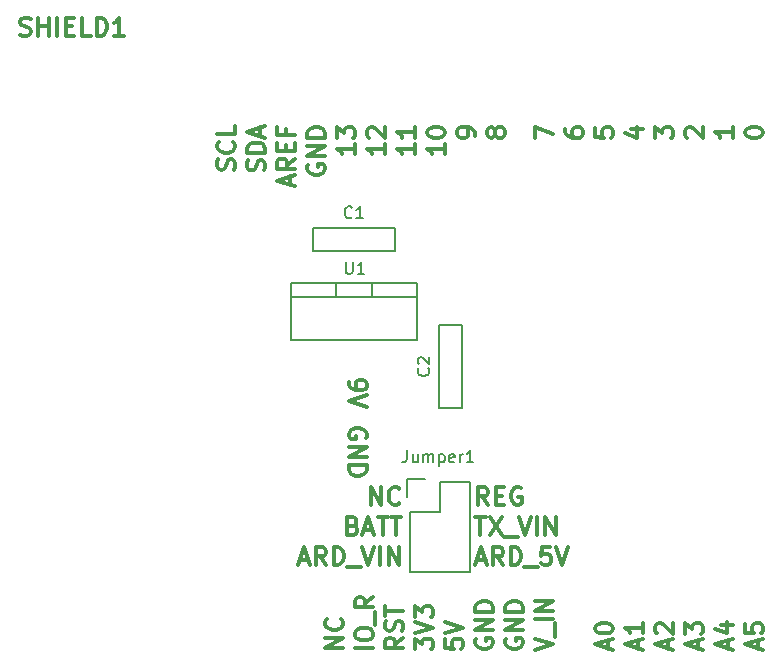
<source format=gto>
G04 #@! TF.FileFunction,Legend,Top*
%FSLAX46Y46*%
G04 Gerber Fmt 4.6, Leading zero omitted, Abs format (unit mm)*
G04 Created by KiCad (PCBNEW 4.0.2-4+6225~38~ubuntu15.10.1-stable) date vie 19 feb 2016 01:19:40 CLT*
%MOMM*%
G01*
G04 APERTURE LIST*
%ADD10C,0.150000*%
%ADD11C,0.300000*%
%ADD12C,0.304800*%
G04 APERTURE END LIST*
D10*
D11*
X43566514Y-72551100D02*
X44280800Y-72551100D01*
X43423657Y-72979671D02*
X43923657Y-71479671D01*
X44423657Y-72979671D01*
X45780800Y-72979671D02*
X45280800Y-72265386D01*
X44923657Y-72979671D02*
X44923657Y-71479671D01*
X45495085Y-71479671D01*
X45637943Y-71551100D01*
X45709371Y-71622529D01*
X45780800Y-71765386D01*
X45780800Y-71979671D01*
X45709371Y-72122529D01*
X45637943Y-72193957D01*
X45495085Y-72265386D01*
X44923657Y-72265386D01*
X46423657Y-72979671D02*
X46423657Y-71479671D01*
X46780800Y-71479671D01*
X46995085Y-71551100D01*
X47137943Y-71693957D01*
X47209371Y-71836814D01*
X47280800Y-72122529D01*
X47280800Y-72336814D01*
X47209371Y-72622529D01*
X47137943Y-72765386D01*
X46995085Y-72908243D01*
X46780800Y-72979671D01*
X46423657Y-72979671D01*
X47566514Y-73122529D02*
X48709371Y-73122529D01*
X48852228Y-71479671D02*
X49352228Y-72979671D01*
X49852228Y-71479671D01*
X50352228Y-72979671D02*
X50352228Y-71479671D01*
X51066514Y-72979671D02*
X51066514Y-71479671D01*
X51923657Y-72979671D01*
X51923657Y-71479671D01*
X48066515Y-69653957D02*
X48280801Y-69725386D01*
X48352229Y-69796814D01*
X48423658Y-69939671D01*
X48423658Y-70153957D01*
X48352229Y-70296814D01*
X48280801Y-70368243D01*
X48137943Y-70439671D01*
X47566515Y-70439671D01*
X47566515Y-68939671D01*
X48066515Y-68939671D01*
X48209372Y-69011100D01*
X48280801Y-69082529D01*
X48352229Y-69225386D01*
X48352229Y-69368243D01*
X48280801Y-69511100D01*
X48209372Y-69582529D01*
X48066515Y-69653957D01*
X47566515Y-69653957D01*
X48995086Y-70011100D02*
X49709372Y-70011100D01*
X48852229Y-70439671D02*
X49352229Y-68939671D01*
X49852229Y-70439671D01*
X50137943Y-68939671D02*
X50995086Y-68939671D01*
X50566515Y-70439671D02*
X50566515Y-68939671D01*
X51280800Y-68939671D02*
X52137943Y-68939671D01*
X51709372Y-70439671D02*
X51709372Y-68939671D01*
X49566514Y-67899671D02*
X49566514Y-66399671D01*
X50423657Y-67899671D01*
X50423657Y-66399671D01*
X51995086Y-67756814D02*
X51923657Y-67828243D01*
X51709371Y-67899671D01*
X51566514Y-67899671D01*
X51352229Y-67828243D01*
X51209371Y-67685386D01*
X51137943Y-67542529D01*
X51066514Y-67256814D01*
X51066514Y-67042529D01*
X51137943Y-66756814D01*
X51209371Y-66613957D01*
X51352229Y-66471100D01*
X51566514Y-66399671D01*
X51709371Y-66399671D01*
X51923657Y-66471100D01*
X51995086Y-66542529D01*
X58566514Y-72551100D02*
X59280800Y-72551100D01*
X58423657Y-72979671D02*
X58923657Y-71479671D01*
X59423657Y-72979671D01*
X60780800Y-72979671D02*
X60280800Y-72265386D01*
X59923657Y-72979671D02*
X59923657Y-71479671D01*
X60495085Y-71479671D01*
X60637943Y-71551100D01*
X60709371Y-71622529D01*
X60780800Y-71765386D01*
X60780800Y-71979671D01*
X60709371Y-72122529D01*
X60637943Y-72193957D01*
X60495085Y-72265386D01*
X59923657Y-72265386D01*
X61423657Y-72979671D02*
X61423657Y-71479671D01*
X61780800Y-71479671D01*
X61995085Y-71551100D01*
X62137943Y-71693957D01*
X62209371Y-71836814D01*
X62280800Y-72122529D01*
X62280800Y-72336814D01*
X62209371Y-72622529D01*
X62137943Y-72765386D01*
X61995085Y-72908243D01*
X61780800Y-72979671D01*
X61423657Y-72979671D01*
X62566514Y-73122529D02*
X63709371Y-73122529D01*
X64780800Y-71479671D02*
X64066514Y-71479671D01*
X63995085Y-72193957D01*
X64066514Y-72122529D01*
X64209371Y-72051100D01*
X64566514Y-72051100D01*
X64709371Y-72122529D01*
X64780800Y-72193957D01*
X64852228Y-72336814D01*
X64852228Y-72693957D01*
X64780800Y-72836814D01*
X64709371Y-72908243D01*
X64566514Y-72979671D01*
X64209371Y-72979671D01*
X64066514Y-72908243D01*
X63995085Y-72836814D01*
X65280799Y-71479671D02*
X65780799Y-72979671D01*
X66280799Y-71479671D01*
X58423657Y-68939671D02*
X59280800Y-68939671D01*
X58852229Y-70439671D02*
X58852229Y-68939671D01*
X59637943Y-68939671D02*
X60637943Y-70439671D01*
X60637943Y-68939671D02*
X59637943Y-70439671D01*
X60852228Y-70582529D02*
X61995085Y-70582529D01*
X62137942Y-68939671D02*
X62637942Y-70439671D01*
X63137942Y-68939671D01*
X63637942Y-70439671D02*
X63637942Y-68939671D01*
X64352228Y-70439671D02*
X64352228Y-68939671D01*
X65209371Y-70439671D01*
X65209371Y-68939671D01*
X59495086Y-67899671D02*
X58995086Y-67185386D01*
X58637943Y-67899671D02*
X58637943Y-66399671D01*
X59209371Y-66399671D01*
X59352229Y-66471100D01*
X59423657Y-66542529D01*
X59495086Y-66685386D01*
X59495086Y-66899671D01*
X59423657Y-67042529D01*
X59352229Y-67113957D01*
X59209371Y-67185386D01*
X58637943Y-67185386D01*
X60137943Y-67113957D02*
X60637943Y-67113957D01*
X60852229Y-67899671D02*
X60137943Y-67899671D01*
X60137943Y-66399671D01*
X60852229Y-66399671D01*
X62280800Y-66471100D02*
X62137943Y-66399671D01*
X61923657Y-66399671D01*
X61709372Y-66471100D01*
X61566514Y-66613957D01*
X61495086Y-66756814D01*
X61423657Y-67042529D01*
X61423657Y-67256814D01*
X61495086Y-67542529D01*
X61566514Y-67685386D01*
X61709372Y-67828243D01*
X61923657Y-67899671D01*
X62066514Y-67899671D01*
X62280800Y-67828243D01*
X62352229Y-67756814D01*
X62352229Y-67256814D01*
X62066514Y-67256814D01*
X81284071Y-36438114D02*
X81284071Y-36295257D01*
X81355500Y-36152400D01*
X81426929Y-36080971D01*
X81569786Y-36009542D01*
X81855500Y-35938114D01*
X82212643Y-35938114D01*
X82498357Y-36009542D01*
X82641214Y-36080971D01*
X82712643Y-36152400D01*
X82784071Y-36295257D01*
X82784071Y-36438114D01*
X82712643Y-36580971D01*
X82641214Y-36652400D01*
X82498357Y-36723828D01*
X82212643Y-36795257D01*
X81855500Y-36795257D01*
X81569786Y-36723828D01*
X81426929Y-36652400D01*
X81355500Y-36580971D01*
X81284071Y-36438114D01*
X80244071Y-35938114D02*
X80244071Y-36795257D01*
X80244071Y-36366685D02*
X78744071Y-36366685D01*
X78958357Y-36509542D01*
X79101214Y-36652400D01*
X79172643Y-36795257D01*
X76346929Y-36795257D02*
X76275500Y-36723828D01*
X76204071Y-36580971D01*
X76204071Y-36223828D01*
X76275500Y-36080971D01*
X76346929Y-36009542D01*
X76489786Y-35938114D01*
X76632643Y-35938114D01*
X76846929Y-36009542D01*
X77704071Y-36866685D01*
X77704071Y-35938114D01*
X73664071Y-36866685D02*
X73664071Y-35938114D01*
X74235500Y-36438114D01*
X74235500Y-36223828D01*
X74306929Y-36080971D01*
X74378357Y-36009542D01*
X74521214Y-35938114D01*
X74878357Y-35938114D01*
X75021214Y-36009542D01*
X75092643Y-36080971D01*
X75164071Y-36223828D01*
X75164071Y-36652400D01*
X75092643Y-36795257D01*
X75021214Y-36866685D01*
X71624071Y-36080971D02*
X72624071Y-36080971D01*
X71052643Y-36438114D02*
X72124071Y-36795257D01*
X72124071Y-35866685D01*
X68584071Y-36009542D02*
X68584071Y-36723828D01*
X69298357Y-36795257D01*
X69226929Y-36723828D01*
X69155500Y-36580971D01*
X69155500Y-36223828D01*
X69226929Y-36080971D01*
X69298357Y-36009542D01*
X69441214Y-35938114D01*
X69798357Y-35938114D01*
X69941214Y-36009542D01*
X70012643Y-36080971D01*
X70084071Y-36223828D01*
X70084071Y-36580971D01*
X70012643Y-36723828D01*
X69941214Y-36795257D01*
X66044071Y-36080971D02*
X66044071Y-36366685D01*
X66115500Y-36509542D01*
X66186929Y-36580971D01*
X66401214Y-36723828D01*
X66686929Y-36795257D01*
X67258357Y-36795257D01*
X67401214Y-36723828D01*
X67472643Y-36652400D01*
X67544071Y-36509542D01*
X67544071Y-36223828D01*
X67472643Y-36080971D01*
X67401214Y-36009542D01*
X67258357Y-35938114D01*
X66901214Y-35938114D01*
X66758357Y-36009542D01*
X66686929Y-36080971D01*
X66615500Y-36223828D01*
X66615500Y-36509542D01*
X66686929Y-36652400D01*
X66758357Y-36723828D01*
X66901214Y-36795257D01*
X63504071Y-36866685D02*
X63504071Y-35866685D01*
X65004071Y-36509542D01*
X60082929Y-36509542D02*
X60011500Y-36652400D01*
X59940071Y-36723828D01*
X59797214Y-36795257D01*
X59725786Y-36795257D01*
X59582929Y-36723828D01*
X59511500Y-36652400D01*
X59440071Y-36509542D01*
X59440071Y-36223828D01*
X59511500Y-36080971D01*
X59582929Y-36009542D01*
X59725786Y-35938114D01*
X59797214Y-35938114D01*
X59940071Y-36009542D01*
X60011500Y-36080971D01*
X60082929Y-36223828D01*
X60082929Y-36509542D01*
X60154357Y-36652400D01*
X60225786Y-36723828D01*
X60368643Y-36795257D01*
X60654357Y-36795257D01*
X60797214Y-36723828D01*
X60868643Y-36652400D01*
X60940071Y-36509542D01*
X60940071Y-36223828D01*
X60868643Y-36080971D01*
X60797214Y-36009542D01*
X60654357Y-35938114D01*
X60368643Y-35938114D01*
X60225786Y-36009542D01*
X60154357Y-36080971D01*
X60082929Y-36223828D01*
X58400071Y-36652400D02*
X58400071Y-36366685D01*
X58328643Y-36223828D01*
X58257214Y-36152400D01*
X58042929Y-36009542D01*
X57757214Y-35938114D01*
X57185786Y-35938114D01*
X57042929Y-36009542D01*
X56971500Y-36080971D01*
X56900071Y-36223828D01*
X56900071Y-36509542D01*
X56971500Y-36652400D01*
X57042929Y-36723828D01*
X57185786Y-36795257D01*
X57542929Y-36795257D01*
X57685786Y-36723828D01*
X57757214Y-36652400D01*
X57828643Y-36509542D01*
X57828643Y-36223828D01*
X57757214Y-36080971D01*
X57685786Y-36009542D01*
X57542929Y-35938114D01*
X55860071Y-37366685D02*
X55860071Y-38223828D01*
X55860071Y-37795256D02*
X54360071Y-37795256D01*
X54574357Y-37938113D01*
X54717214Y-38080971D01*
X54788643Y-38223828D01*
X54360071Y-36438114D02*
X54360071Y-36295257D01*
X54431500Y-36152400D01*
X54502929Y-36080971D01*
X54645786Y-36009542D01*
X54931500Y-35938114D01*
X55288643Y-35938114D01*
X55574357Y-36009542D01*
X55717214Y-36080971D01*
X55788643Y-36152400D01*
X55860071Y-36295257D01*
X55860071Y-36438114D01*
X55788643Y-36580971D01*
X55717214Y-36652400D01*
X55574357Y-36723828D01*
X55288643Y-36795257D01*
X54931500Y-36795257D01*
X54645786Y-36723828D01*
X54502929Y-36652400D01*
X54431500Y-36580971D01*
X54360071Y-36438114D01*
X53320071Y-37366685D02*
X53320071Y-38223828D01*
X53320071Y-37795256D02*
X51820071Y-37795256D01*
X52034357Y-37938113D01*
X52177214Y-38080971D01*
X52248643Y-38223828D01*
X53320071Y-35938114D02*
X53320071Y-36795257D01*
X53320071Y-36366685D02*
X51820071Y-36366685D01*
X52034357Y-36509542D01*
X52177214Y-36652400D01*
X52248643Y-36795257D01*
X50780071Y-37366685D02*
X50780071Y-38223828D01*
X50780071Y-37795256D02*
X49280071Y-37795256D01*
X49494357Y-37938113D01*
X49637214Y-38080971D01*
X49708643Y-38223828D01*
X49422929Y-36795257D02*
X49351500Y-36723828D01*
X49280071Y-36580971D01*
X49280071Y-36223828D01*
X49351500Y-36080971D01*
X49422929Y-36009542D01*
X49565786Y-35938114D01*
X49708643Y-35938114D01*
X49922929Y-36009542D01*
X50780071Y-36866685D01*
X50780071Y-35938114D01*
X48240071Y-37366685D02*
X48240071Y-38223828D01*
X48240071Y-37795256D02*
X46740071Y-37795256D01*
X46954357Y-37938113D01*
X47097214Y-38080971D01*
X47168643Y-38223828D01*
X46740071Y-36866685D02*
X46740071Y-35938114D01*
X47311500Y-36438114D01*
X47311500Y-36223828D01*
X47382929Y-36080971D01*
X47454357Y-36009542D01*
X47597214Y-35938114D01*
X47954357Y-35938114D01*
X48097214Y-36009542D01*
X48168643Y-36080971D01*
X48240071Y-36223828D01*
X48240071Y-36652400D01*
X48168643Y-36795257D01*
X48097214Y-36866685D01*
X44271500Y-39080972D02*
X44200071Y-39223829D01*
X44200071Y-39438115D01*
X44271500Y-39652400D01*
X44414357Y-39795258D01*
X44557214Y-39866686D01*
X44842929Y-39938115D01*
X45057214Y-39938115D01*
X45342929Y-39866686D01*
X45485786Y-39795258D01*
X45628643Y-39652400D01*
X45700071Y-39438115D01*
X45700071Y-39295258D01*
X45628643Y-39080972D01*
X45557214Y-39009543D01*
X45057214Y-39009543D01*
X45057214Y-39295258D01*
X45700071Y-38366686D02*
X44200071Y-38366686D01*
X45700071Y-37509543D01*
X44200071Y-37509543D01*
X45700071Y-36795257D02*
X44200071Y-36795257D01*
X44200071Y-36438114D01*
X44271500Y-36223829D01*
X44414357Y-36080971D01*
X44557214Y-36009543D01*
X44842929Y-35938114D01*
X45057214Y-35938114D01*
X45342929Y-36009543D01*
X45485786Y-36080971D01*
X45628643Y-36223829D01*
X45700071Y-36438114D01*
X45700071Y-36795257D01*
X42731500Y-40795257D02*
X42731500Y-40080971D01*
X43160071Y-40938114D02*
X41660071Y-40438114D01*
X43160071Y-39938114D01*
X43160071Y-38580971D02*
X42445786Y-39080971D01*
X43160071Y-39438114D02*
X41660071Y-39438114D01*
X41660071Y-38866686D01*
X41731500Y-38723828D01*
X41802929Y-38652400D01*
X41945786Y-38580971D01*
X42160071Y-38580971D01*
X42302929Y-38652400D01*
X42374357Y-38723828D01*
X42445786Y-38866686D01*
X42445786Y-39438114D01*
X42374357Y-37938114D02*
X42374357Y-37438114D01*
X43160071Y-37223828D02*
X43160071Y-37938114D01*
X41660071Y-37938114D01*
X41660071Y-37223828D01*
X42374357Y-36080971D02*
X42374357Y-36580971D01*
X43160071Y-36580971D02*
X41660071Y-36580971D01*
X41660071Y-35866685D01*
X40548643Y-39580971D02*
X40620071Y-39366685D01*
X40620071Y-39009542D01*
X40548643Y-38866685D01*
X40477214Y-38795256D01*
X40334357Y-38723828D01*
X40191500Y-38723828D01*
X40048643Y-38795256D01*
X39977214Y-38866685D01*
X39905786Y-39009542D01*
X39834357Y-39295256D01*
X39762929Y-39438114D01*
X39691500Y-39509542D01*
X39548643Y-39580971D01*
X39405786Y-39580971D01*
X39262929Y-39509542D01*
X39191500Y-39438114D01*
X39120071Y-39295256D01*
X39120071Y-38938114D01*
X39191500Y-38723828D01*
X40620071Y-38080971D02*
X39120071Y-38080971D01*
X39120071Y-37723828D01*
X39191500Y-37509543D01*
X39334357Y-37366685D01*
X39477214Y-37295257D01*
X39762929Y-37223828D01*
X39977214Y-37223828D01*
X40262929Y-37295257D01*
X40405786Y-37366685D01*
X40548643Y-37509543D01*
X40620071Y-37723828D01*
X40620071Y-38080971D01*
X40191500Y-36652400D02*
X40191500Y-35938114D01*
X40620071Y-36795257D02*
X39120071Y-36295257D01*
X40620071Y-35795257D01*
X38008643Y-39509543D02*
X38080071Y-39295257D01*
X38080071Y-38938114D01*
X38008643Y-38795257D01*
X37937214Y-38723828D01*
X37794357Y-38652400D01*
X37651500Y-38652400D01*
X37508643Y-38723828D01*
X37437214Y-38795257D01*
X37365786Y-38938114D01*
X37294357Y-39223828D01*
X37222929Y-39366686D01*
X37151500Y-39438114D01*
X37008643Y-39509543D01*
X36865786Y-39509543D01*
X36722929Y-39438114D01*
X36651500Y-39366686D01*
X36580071Y-39223828D01*
X36580071Y-38866686D01*
X36651500Y-38652400D01*
X37937214Y-37152400D02*
X38008643Y-37223829D01*
X38080071Y-37438115D01*
X38080071Y-37580972D01*
X38008643Y-37795257D01*
X37865786Y-37938115D01*
X37722929Y-38009543D01*
X37437214Y-38080972D01*
X37222929Y-38080972D01*
X36937214Y-38009543D01*
X36794357Y-37938115D01*
X36651500Y-37795257D01*
X36580071Y-37580972D01*
X36580071Y-37438115D01*
X36651500Y-37223829D01*
X36722929Y-37152400D01*
X38080071Y-35795257D02*
X38080071Y-36509543D01*
X36580071Y-36509543D01*
X82355500Y-80066686D02*
X82355500Y-79352400D01*
X82784071Y-80209543D02*
X81284071Y-79709543D01*
X82784071Y-79209543D01*
X81284071Y-77995257D02*
X81284071Y-78709543D01*
X81998357Y-78780972D01*
X81926929Y-78709543D01*
X81855500Y-78566686D01*
X81855500Y-78209543D01*
X81926929Y-78066686D01*
X81998357Y-77995257D01*
X82141214Y-77923829D01*
X82498357Y-77923829D01*
X82641214Y-77995257D01*
X82712643Y-78066686D01*
X82784071Y-78209543D01*
X82784071Y-78566686D01*
X82712643Y-78709543D01*
X82641214Y-78780972D01*
X79815500Y-80066686D02*
X79815500Y-79352400D01*
X80244071Y-80209543D02*
X78744071Y-79709543D01*
X80244071Y-79209543D01*
X79244071Y-78066686D02*
X80244071Y-78066686D01*
X78672643Y-78423829D02*
X79744071Y-78780972D01*
X79744071Y-77852400D01*
X77275500Y-80066686D02*
X77275500Y-79352400D01*
X77704071Y-80209543D02*
X76204071Y-79709543D01*
X77704071Y-79209543D01*
X76204071Y-78852400D02*
X76204071Y-77923829D01*
X76775500Y-78423829D01*
X76775500Y-78209543D01*
X76846929Y-78066686D01*
X76918357Y-77995257D01*
X77061214Y-77923829D01*
X77418357Y-77923829D01*
X77561214Y-77995257D01*
X77632643Y-78066686D01*
X77704071Y-78209543D01*
X77704071Y-78638115D01*
X77632643Y-78780972D01*
X77561214Y-78852400D01*
X74735500Y-80066686D02*
X74735500Y-79352400D01*
X75164071Y-80209543D02*
X73664071Y-79709543D01*
X75164071Y-79209543D01*
X73806929Y-78780972D02*
X73735500Y-78709543D01*
X73664071Y-78566686D01*
X73664071Y-78209543D01*
X73735500Y-78066686D01*
X73806929Y-77995257D01*
X73949786Y-77923829D01*
X74092643Y-77923829D01*
X74306929Y-77995257D01*
X75164071Y-78852400D01*
X75164071Y-77923829D01*
X72195500Y-80066686D02*
X72195500Y-79352400D01*
X72624071Y-80209543D02*
X71124071Y-79709543D01*
X72624071Y-79209543D01*
X72624071Y-77923829D02*
X72624071Y-78780972D01*
X72624071Y-78352400D02*
X71124071Y-78352400D01*
X71338357Y-78495257D01*
X71481214Y-78638115D01*
X71552643Y-78780972D01*
X69655500Y-80066686D02*
X69655500Y-79352400D01*
X70084071Y-80209543D02*
X68584071Y-79709543D01*
X70084071Y-79209543D01*
X68584071Y-78423829D02*
X68584071Y-78280972D01*
X68655500Y-78138115D01*
X68726929Y-78066686D01*
X68869786Y-77995257D01*
X69155500Y-77923829D01*
X69512643Y-77923829D01*
X69798357Y-77995257D01*
X69941214Y-78066686D01*
X70012643Y-78138115D01*
X70084071Y-78280972D01*
X70084071Y-78423829D01*
X70012643Y-78566686D01*
X69941214Y-78638115D01*
X69798357Y-78709543D01*
X69512643Y-78780972D01*
X69155500Y-78780972D01*
X68869786Y-78709543D01*
X68726929Y-78638115D01*
X68655500Y-78566686D01*
X68584071Y-78423829D01*
X63504071Y-80209543D02*
X65004071Y-79709543D01*
X63504071Y-79209543D01*
X65146929Y-79066686D02*
X65146929Y-77923829D01*
X65004071Y-77566686D02*
X63504071Y-77566686D01*
X65004071Y-76852400D02*
X63504071Y-76852400D01*
X65004071Y-75995257D01*
X63504071Y-75995257D01*
X61035500Y-79209543D02*
X60964071Y-79352400D01*
X60964071Y-79566686D01*
X61035500Y-79780971D01*
X61178357Y-79923829D01*
X61321214Y-79995257D01*
X61606929Y-80066686D01*
X61821214Y-80066686D01*
X62106929Y-79995257D01*
X62249786Y-79923829D01*
X62392643Y-79780971D01*
X62464071Y-79566686D01*
X62464071Y-79423829D01*
X62392643Y-79209543D01*
X62321214Y-79138114D01*
X61821214Y-79138114D01*
X61821214Y-79423829D01*
X62464071Y-78495257D02*
X60964071Y-78495257D01*
X62464071Y-77638114D01*
X60964071Y-77638114D01*
X62464071Y-76923828D02*
X60964071Y-76923828D01*
X60964071Y-76566685D01*
X61035500Y-76352400D01*
X61178357Y-76209542D01*
X61321214Y-76138114D01*
X61606929Y-76066685D01*
X61821214Y-76066685D01*
X62106929Y-76138114D01*
X62249786Y-76209542D01*
X62392643Y-76352400D01*
X62464071Y-76566685D01*
X62464071Y-76923828D01*
X58495500Y-79209543D02*
X58424071Y-79352400D01*
X58424071Y-79566686D01*
X58495500Y-79780971D01*
X58638357Y-79923829D01*
X58781214Y-79995257D01*
X59066929Y-80066686D01*
X59281214Y-80066686D01*
X59566929Y-79995257D01*
X59709786Y-79923829D01*
X59852643Y-79780971D01*
X59924071Y-79566686D01*
X59924071Y-79423829D01*
X59852643Y-79209543D01*
X59781214Y-79138114D01*
X59281214Y-79138114D01*
X59281214Y-79423829D01*
X59924071Y-78495257D02*
X58424071Y-78495257D01*
X59924071Y-77638114D01*
X58424071Y-77638114D01*
X59924071Y-76923828D02*
X58424071Y-76923828D01*
X58424071Y-76566685D01*
X58495500Y-76352400D01*
X58638357Y-76209542D01*
X58781214Y-76138114D01*
X59066929Y-76066685D01*
X59281214Y-76066685D01*
X59566929Y-76138114D01*
X59709786Y-76209542D01*
X59852643Y-76352400D01*
X59924071Y-76566685D01*
X59924071Y-76923828D01*
X55884071Y-79280971D02*
X55884071Y-79995257D01*
X56598357Y-80066686D01*
X56526929Y-79995257D01*
X56455500Y-79852400D01*
X56455500Y-79495257D01*
X56526929Y-79352400D01*
X56598357Y-79280971D01*
X56741214Y-79209543D01*
X57098357Y-79209543D01*
X57241214Y-79280971D01*
X57312643Y-79352400D01*
X57384071Y-79495257D01*
X57384071Y-79852400D01*
X57312643Y-79995257D01*
X57241214Y-80066686D01*
X55884071Y-78780972D02*
X57384071Y-78280972D01*
X55884071Y-77780972D01*
X53344071Y-80138114D02*
X53344071Y-79209543D01*
X53915500Y-79709543D01*
X53915500Y-79495257D01*
X53986929Y-79352400D01*
X54058357Y-79280971D01*
X54201214Y-79209543D01*
X54558357Y-79209543D01*
X54701214Y-79280971D01*
X54772643Y-79352400D01*
X54844071Y-79495257D01*
X54844071Y-79923829D01*
X54772643Y-80066686D01*
X54701214Y-80138114D01*
X53344071Y-78780972D02*
X54844071Y-78280972D01*
X53344071Y-77780972D01*
X53344071Y-77423829D02*
X53344071Y-76495258D01*
X53915500Y-76995258D01*
X53915500Y-76780972D01*
X53986929Y-76638115D01*
X54058357Y-76566686D01*
X54201214Y-76495258D01*
X54558357Y-76495258D01*
X54701214Y-76566686D01*
X54772643Y-76638115D01*
X54844071Y-76780972D01*
X54844071Y-77209544D01*
X54772643Y-77352401D01*
X54701214Y-77423829D01*
X52304071Y-79138114D02*
X51589786Y-79638114D01*
X52304071Y-79995257D02*
X50804071Y-79995257D01*
X50804071Y-79423829D01*
X50875500Y-79280971D01*
X50946929Y-79209543D01*
X51089786Y-79138114D01*
X51304071Y-79138114D01*
X51446929Y-79209543D01*
X51518357Y-79280971D01*
X51589786Y-79423829D01*
X51589786Y-79995257D01*
X52232643Y-78566686D02*
X52304071Y-78352400D01*
X52304071Y-77995257D01*
X52232643Y-77852400D01*
X52161214Y-77780971D01*
X52018357Y-77709543D01*
X51875500Y-77709543D01*
X51732643Y-77780971D01*
X51661214Y-77852400D01*
X51589786Y-77995257D01*
X51518357Y-78280971D01*
X51446929Y-78423829D01*
X51375500Y-78495257D01*
X51232643Y-78566686D01*
X51089786Y-78566686D01*
X50946929Y-78495257D01*
X50875500Y-78423829D01*
X50804071Y-78280971D01*
X50804071Y-77923829D01*
X50875500Y-77709543D01*
X50804071Y-77280972D02*
X50804071Y-76423829D01*
X52304071Y-76852400D02*
X50804071Y-76852400D01*
X49764071Y-79995257D02*
X48264071Y-79995257D01*
X48264071Y-78995257D02*
X48264071Y-78709543D01*
X48335500Y-78566685D01*
X48478357Y-78423828D01*
X48764071Y-78352400D01*
X49264071Y-78352400D01*
X49549786Y-78423828D01*
X49692643Y-78566685D01*
X49764071Y-78709543D01*
X49764071Y-78995257D01*
X49692643Y-79138114D01*
X49549786Y-79280971D01*
X49264071Y-79352400D01*
X48764071Y-79352400D01*
X48478357Y-79280971D01*
X48335500Y-79138114D01*
X48264071Y-78995257D01*
X49906929Y-78066685D02*
X49906929Y-76923828D01*
X49764071Y-75709542D02*
X49049786Y-76209542D01*
X49764071Y-76566685D02*
X48264071Y-76566685D01*
X48264071Y-75995257D01*
X48335500Y-75852399D01*
X48406929Y-75780971D01*
X48549786Y-75709542D01*
X48764071Y-75709542D01*
X48906929Y-75780971D01*
X48978357Y-75852399D01*
X49049786Y-75995257D01*
X49049786Y-76566685D01*
X47224071Y-79995257D02*
X45724071Y-79995257D01*
X47224071Y-79138114D01*
X45724071Y-79138114D01*
X47081214Y-77566685D02*
X47152643Y-77638114D01*
X47224071Y-77852400D01*
X47224071Y-77995257D01*
X47152643Y-78209542D01*
X47009786Y-78352400D01*
X46866929Y-78423828D01*
X46581214Y-78495257D01*
X46366929Y-78495257D01*
X46081214Y-78423828D01*
X45938357Y-78352400D01*
X45795500Y-78209542D01*
X45724071Y-77995257D01*
X45724071Y-77852400D01*
X45795500Y-77638114D01*
X45866929Y-77566685D01*
X49139800Y-62269643D02*
X49211229Y-62126786D01*
X49211229Y-61912500D01*
X49139800Y-61698215D01*
X48996943Y-61555357D01*
X48854086Y-61483929D01*
X48568371Y-61412500D01*
X48354086Y-61412500D01*
X48068371Y-61483929D01*
X47925514Y-61555357D01*
X47782657Y-61698215D01*
X47711229Y-61912500D01*
X47711229Y-62055357D01*
X47782657Y-62269643D01*
X47854086Y-62341072D01*
X48354086Y-62341072D01*
X48354086Y-62055357D01*
X47711229Y-62983929D02*
X49211229Y-62983929D01*
X47711229Y-63841072D01*
X49211229Y-63841072D01*
X47711229Y-64555358D02*
X49211229Y-64555358D01*
X49211229Y-64912501D01*
X49139800Y-65126786D01*
X48996943Y-65269644D01*
X48854086Y-65341072D01*
X48568371Y-65412501D01*
X48354086Y-65412501D01*
X48068371Y-65341072D01*
X47925514Y-65269644D01*
X47782657Y-65126786D01*
X47711229Y-64912501D01*
X47711229Y-64555358D01*
X47711229Y-57483929D02*
X47711229Y-57769644D01*
X47782657Y-57912501D01*
X47854086Y-57983929D01*
X48068371Y-58126787D01*
X48354086Y-58198215D01*
X48925514Y-58198215D01*
X49068371Y-58126787D01*
X49139800Y-58055358D01*
X49211229Y-57912501D01*
X49211229Y-57626787D01*
X49139800Y-57483929D01*
X49068371Y-57412501D01*
X48925514Y-57341072D01*
X48568371Y-57341072D01*
X48425514Y-57412501D01*
X48354086Y-57483929D01*
X48282657Y-57626787D01*
X48282657Y-57912501D01*
X48354086Y-58055358D01*
X48425514Y-58126787D01*
X48568371Y-58198215D01*
X49211229Y-58626786D02*
X47711229Y-59126786D01*
X49211229Y-59626786D01*
D10*
X46647100Y-49149000D02*
X46647100Y-50292000D01*
X49695100Y-49149000D02*
X49695100Y-50292000D01*
X53505100Y-50292000D02*
X53505100Y-53975000D01*
X53505100Y-53975000D02*
X42837100Y-53975000D01*
X42837100Y-53975000D02*
X42837100Y-50292000D01*
X53505100Y-49149000D02*
X53505100Y-50292000D01*
X53505100Y-50292000D02*
X42837100Y-50292000D01*
X42837100Y-50292000D02*
X42837100Y-49149000D01*
X48171100Y-49149000D02*
X42837100Y-49149000D01*
X48171100Y-49149000D02*
X53505100Y-49149000D01*
X52870100Y-68491100D02*
X52870100Y-73571100D01*
X52590100Y-65671100D02*
X54140100Y-65671100D01*
X55410100Y-65951100D02*
X55410100Y-68491100D01*
X55410100Y-68491100D02*
X52870100Y-68491100D01*
X52870100Y-73571100D02*
X57950100Y-73571100D01*
X57950100Y-73571100D02*
X57950100Y-68491100D01*
X52590100Y-65671100D02*
X52590100Y-67221100D01*
X57950100Y-65951100D02*
X55410100Y-65951100D01*
X57950100Y-68491100D02*
X57950100Y-65951100D01*
X44631100Y-44427900D02*
X51631100Y-44427900D01*
X51631100Y-44427900D02*
X51631100Y-46427900D01*
X51631100Y-46427900D02*
X44631100Y-46427900D01*
X44631100Y-46427900D02*
X44631100Y-44427900D01*
X55324500Y-59674000D02*
X55324500Y-52674000D01*
X55324500Y-52674000D02*
X57324500Y-52674000D01*
X57324500Y-52674000D02*
X57324500Y-59674000D01*
X57324500Y-59674000D02*
X55324500Y-59674000D01*
D12*
X19904529Y-28099657D02*
X20122243Y-28172229D01*
X20485100Y-28172229D01*
X20630243Y-28099657D01*
X20702814Y-28027086D01*
X20775386Y-27881943D01*
X20775386Y-27736800D01*
X20702814Y-27591657D01*
X20630243Y-27519086D01*
X20485100Y-27446514D01*
X20194814Y-27373943D01*
X20049672Y-27301371D01*
X19977100Y-27228800D01*
X19904529Y-27083657D01*
X19904529Y-26938514D01*
X19977100Y-26793371D01*
X20049672Y-26720800D01*
X20194814Y-26648229D01*
X20557672Y-26648229D01*
X20775386Y-26720800D01*
X21428529Y-28172229D02*
X21428529Y-26648229D01*
X21428529Y-27373943D02*
X22299386Y-27373943D01*
X22299386Y-28172229D02*
X22299386Y-26648229D01*
X23025100Y-28172229D02*
X23025100Y-26648229D01*
X23750814Y-27373943D02*
X24258814Y-27373943D01*
X24476528Y-28172229D02*
X23750814Y-28172229D01*
X23750814Y-26648229D01*
X24476528Y-26648229D01*
X25855385Y-28172229D02*
X25129671Y-28172229D01*
X25129671Y-26648229D01*
X26363385Y-28172229D02*
X26363385Y-26648229D01*
X26726242Y-26648229D01*
X26943957Y-26720800D01*
X27089099Y-26865943D01*
X27161671Y-27011086D01*
X27234242Y-27301371D01*
X27234242Y-27519086D01*
X27161671Y-27809371D01*
X27089099Y-27954514D01*
X26943957Y-28099657D01*
X26726242Y-28172229D01*
X26363385Y-28172229D01*
X28685671Y-28172229D02*
X27814814Y-28172229D01*
X28250242Y-28172229D02*
X28250242Y-26648229D01*
X28105099Y-26865943D01*
X27959957Y-27011086D01*
X27814814Y-27083657D01*
D10*
X47447295Y-47318681D02*
X47447295Y-48128205D01*
X47494914Y-48223443D01*
X47542533Y-48271062D01*
X47637771Y-48318681D01*
X47828248Y-48318681D01*
X47923486Y-48271062D01*
X47971105Y-48223443D01*
X48018724Y-48128205D01*
X48018724Y-47318681D01*
X49018724Y-48318681D02*
X48447295Y-48318681D01*
X48733009Y-48318681D02*
X48733009Y-47318681D01*
X48637771Y-47461538D01*
X48542533Y-47556776D01*
X48447295Y-47604395D01*
X52627543Y-63282581D02*
X52627543Y-63996867D01*
X52579923Y-64139724D01*
X52484685Y-64234962D01*
X52341828Y-64282581D01*
X52246590Y-64282581D01*
X53532305Y-63615914D02*
X53532305Y-64282581D01*
X53103733Y-63615914D02*
X53103733Y-64139724D01*
X53151352Y-64234962D01*
X53246590Y-64282581D01*
X53389448Y-64282581D01*
X53484686Y-64234962D01*
X53532305Y-64187343D01*
X54008495Y-64282581D02*
X54008495Y-63615914D01*
X54008495Y-63711152D02*
X54056114Y-63663533D01*
X54151352Y-63615914D01*
X54294210Y-63615914D01*
X54389448Y-63663533D01*
X54437067Y-63758771D01*
X54437067Y-64282581D01*
X54437067Y-63758771D02*
X54484686Y-63663533D01*
X54579924Y-63615914D01*
X54722781Y-63615914D01*
X54818019Y-63663533D01*
X54865638Y-63758771D01*
X54865638Y-64282581D01*
X55341828Y-63615914D02*
X55341828Y-64615914D01*
X55341828Y-63663533D02*
X55437066Y-63615914D01*
X55627543Y-63615914D01*
X55722781Y-63663533D01*
X55770400Y-63711152D01*
X55818019Y-63806390D01*
X55818019Y-64092105D01*
X55770400Y-64187343D01*
X55722781Y-64234962D01*
X55627543Y-64282581D01*
X55437066Y-64282581D01*
X55341828Y-64234962D01*
X56627543Y-64234962D02*
X56532305Y-64282581D01*
X56341828Y-64282581D01*
X56246590Y-64234962D01*
X56198971Y-64139724D01*
X56198971Y-63758771D01*
X56246590Y-63663533D01*
X56341828Y-63615914D01*
X56532305Y-63615914D01*
X56627543Y-63663533D01*
X56675162Y-63758771D01*
X56675162Y-63854010D01*
X56198971Y-63949248D01*
X57103733Y-64282581D02*
X57103733Y-63615914D01*
X57103733Y-63806390D02*
X57151352Y-63711152D01*
X57198971Y-63663533D01*
X57294209Y-63615914D01*
X57389448Y-63615914D01*
X58246591Y-64282581D02*
X57675162Y-64282581D01*
X57960876Y-64282581D02*
X57960876Y-63282581D01*
X57865638Y-63425438D01*
X57770400Y-63520676D01*
X57675162Y-63568295D01*
X47964434Y-43535043D02*
X47916815Y-43582662D01*
X47773958Y-43630281D01*
X47678720Y-43630281D01*
X47535862Y-43582662D01*
X47440624Y-43487424D01*
X47393005Y-43392186D01*
X47345386Y-43201710D01*
X47345386Y-43058852D01*
X47393005Y-42868376D01*
X47440624Y-42773138D01*
X47535862Y-42677900D01*
X47678720Y-42630281D01*
X47773958Y-42630281D01*
X47916815Y-42677900D01*
X47964434Y-42725519D01*
X48916815Y-43630281D02*
X48345386Y-43630281D01*
X48631100Y-43630281D02*
X48631100Y-42630281D01*
X48535862Y-42773138D01*
X48440624Y-42868376D01*
X48345386Y-42915995D01*
X54431643Y-56340666D02*
X54479262Y-56388285D01*
X54526881Y-56531142D01*
X54526881Y-56626380D01*
X54479262Y-56769238D01*
X54384024Y-56864476D01*
X54288786Y-56912095D01*
X54098310Y-56959714D01*
X53955452Y-56959714D01*
X53764976Y-56912095D01*
X53669738Y-56864476D01*
X53574500Y-56769238D01*
X53526881Y-56626380D01*
X53526881Y-56531142D01*
X53574500Y-56388285D01*
X53622119Y-56340666D01*
X53622119Y-55959714D02*
X53574500Y-55912095D01*
X53526881Y-55816857D01*
X53526881Y-55578761D01*
X53574500Y-55483523D01*
X53622119Y-55435904D01*
X53717357Y-55388285D01*
X53812595Y-55388285D01*
X53955452Y-55435904D01*
X54526881Y-56007333D01*
X54526881Y-55388285D01*
M02*

</source>
